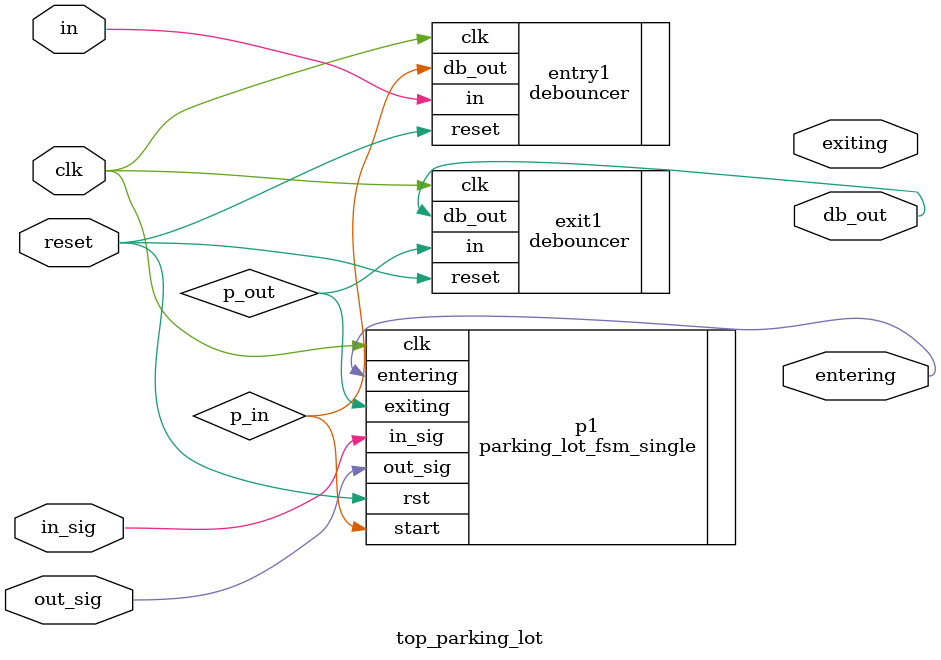
<source format=v>
module top_parking_lot(in,reset,clk,in_sig,out_sig,db_out,entering,exiting);
				input in,reset,clk,in_sig,out_sig;
				output db_out,entering,exiting;
				wire p_in, p_out;

				debouncer entry1(.in(in), .reset(reset), .clk(clk), .db_out(p_in) );
				debouncer exit1(.in(p_out), .reset(reset), .clk(clk), .db_out(db_out) );
				parking_lot_fsm_single p1 (.rst(reset),.clk(clk),.start(p_in),.in_sig(in_sig),.out_sig(out_sig),.entering(entering),.exiting(p_out));
endmodule	
</source>
